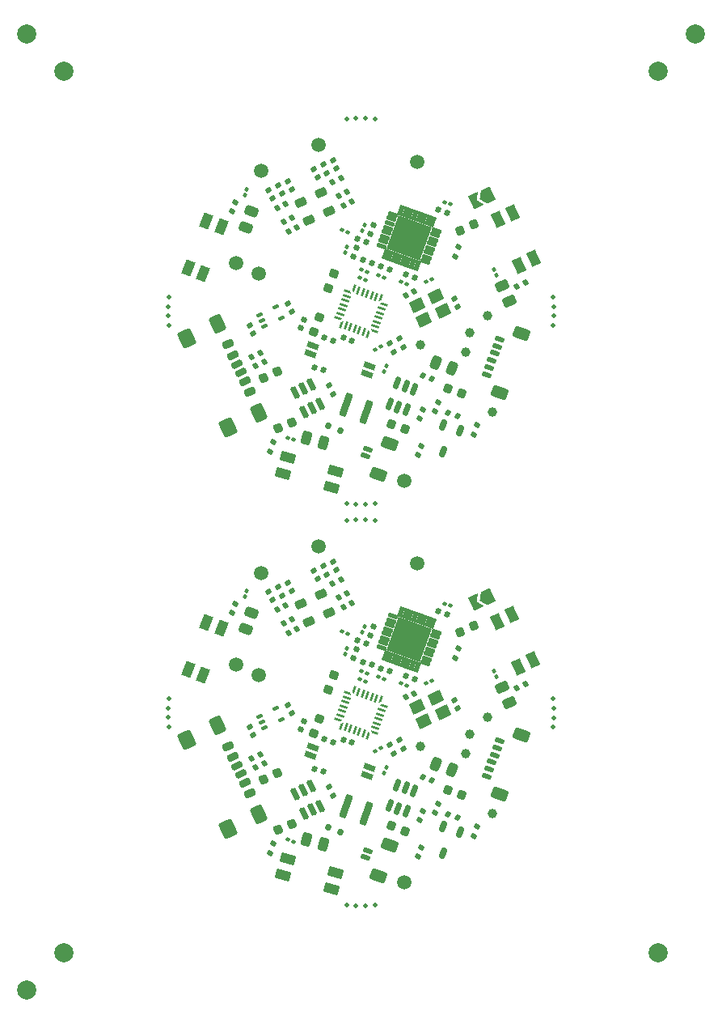
<source format=gbs>
%TF.GenerationSoftware,KiCad,Pcbnew,7.0.10-7.0.10~ubuntu22.04.1*%
%TF.CreationDate,2024-04-13T21:42:08+02:00*%
%TF.ProjectId,STM32_watch_NFC,53544d33-325f-4776-9174-63685f4e4643,rev?*%
%TF.SameCoordinates,PX6c3df60PY1312d00*%
%TF.FileFunction,Soldermask,Bot*%
%TF.FilePolarity,Negative*%
%FSLAX46Y46*%
G04 Gerber Fmt 4.6, Leading zero omitted, Abs format (unit mm)*
G04 Created by KiCad (PCBNEW 7.0.10-7.0.10~ubuntu22.04.1) date 2024-04-13 21:42:08*
%MOMM*%
%LPD*%
G01*
G04 APERTURE LIST*
G04 Aperture macros list*
%AMRoundRect*
0 Rectangle with rounded corners*
0 $1 Rounding radius*
0 $2 $3 $4 $5 $6 $7 $8 $9 X,Y pos of 4 corners*
0 Add a 4 corners polygon primitive as box body*
4,1,4,$2,$3,$4,$5,$6,$7,$8,$9,$2,$3,0*
0 Add four circle primitives for the rounded corners*
1,1,$1+$1,$2,$3*
1,1,$1+$1,$4,$5*
1,1,$1+$1,$6,$7*
1,1,$1+$1,$8,$9*
0 Add four rect primitives between the rounded corners*
20,1,$1+$1,$2,$3,$4,$5,0*
20,1,$1+$1,$4,$5,$6,$7,0*
20,1,$1+$1,$6,$7,$8,$9,0*
20,1,$1+$1,$8,$9,$2,$3,0*%
%AMRotRect*
0 Rectangle, with rotation*
0 The origin of the aperture is its center*
0 $1 length*
0 $2 width*
0 $3 Rotation angle, in degrees counterclockwise*
0 Add horizontal line*
21,1,$1,$2,0,0,$3*%
%AMFreePoly0*
4,1,6,1.000000,0.000000,0.500000,-0.750000,-0.500000,-0.750000,-0.500000,0.750000,0.500000,0.750000,1.000000,0.000000,1.000000,0.000000,$1*%
%AMFreePoly1*
4,1,6,0.500000,-0.750000,-0.650000,-0.750000,-0.150000,0.000000,-0.650000,0.750000,0.500000,0.750000,0.500000,-0.750000,0.500000,-0.750000,$1*%
%AMFreePoly2*
4,1,14,0.364320,0.111820,0.377500,0.080000,0.377501,0.053640,0.364318,0.021819,0.230680,-0.111820,0.198860,-0.125000,-0.332500,-0.125000,-0.364320,-0.111820,-0.377500,-0.080000,-0.377500,0.080000,-0.364320,0.111820,-0.332500,0.125000,0.332500,0.125000,0.364320,0.111820,0.364320,0.111820,$1*%
%AMFreePoly3*
4,1,14,0.230680,0.111820,0.364320,-0.021821,0.377500,-0.053642,0.377500,-0.080000,0.364320,-0.111820,0.332500,-0.125000,-0.332500,-0.125000,-0.364320,-0.111820,-0.377500,-0.080000,-0.377500,0.080000,-0.364320,0.111820,-0.332500,0.125000,0.198860,0.125000,0.230680,0.111820,0.230680,0.111820,$1*%
%AMFreePoly4*
4,1,14,0.111820,0.364320,0.125000,0.332500,0.125000,-0.332500,0.111820,-0.364320,0.080000,-0.377500,0.053640,-0.377501,0.021819,-0.364318,-0.111820,-0.230680,-0.125000,-0.198860,-0.125000,0.332500,-0.111820,0.364320,-0.080000,0.377500,0.080000,0.377500,0.111820,0.364320,0.111820,0.364320,$1*%
%AMFreePoly5*
4,1,14,0.111820,0.364320,0.125000,0.332500,0.125001,-0.198860,0.111818,-0.230680,-0.021820,-0.364320,-0.053640,-0.377500,-0.080000,-0.377500,-0.111820,-0.364320,-0.125000,-0.332500,-0.125000,0.332500,-0.111820,0.364320,-0.080000,0.377500,0.080000,0.377500,0.111820,0.364320,0.111820,0.364320,$1*%
%AMFreePoly6*
4,1,15,-0.198858,0.125000,0.332500,0.125000,0.364320,0.111820,0.377500,0.080000,0.377500,-0.080000,0.364320,-0.111820,0.332500,-0.125000,-0.332500,-0.125000,-0.364320,-0.111820,-0.377500,-0.080000,-0.377500,-0.053640,-0.364320,-0.021820,-0.230680,0.111820,-0.198860,0.125001,-0.198858,0.125000,-0.198858,0.125000,$1*%
%AMFreePoly7*
4,1,14,0.364320,0.111820,0.377500,0.080000,0.377500,-0.080000,0.364320,-0.111820,0.332500,-0.125000,-0.198860,-0.125001,-0.230680,-0.111818,-0.364320,0.021820,-0.377500,0.053640,-0.377500,0.080000,-0.364320,0.111820,-0.332500,0.125000,0.332500,0.125000,0.364320,0.111820,0.364320,0.111820,$1*%
%AMFreePoly8*
4,1,14,-0.021820,0.364320,0.111820,0.230679,0.125001,0.198860,0.125000,-0.332500,0.111820,-0.364320,0.080000,-0.377500,-0.080000,-0.377500,-0.111820,-0.364320,-0.125000,-0.332500,-0.125000,0.332500,-0.111820,0.364320,-0.080000,0.377500,-0.053640,0.377500,-0.021820,0.364320,-0.021820,0.364320,$1*%
%AMFreePoly9*
4,1,15,0.053642,0.377500,0.080000,0.377500,0.111820,0.364320,0.125000,0.332500,0.125000,-0.332500,0.111820,-0.364320,0.080000,-0.377500,-0.080000,-0.377500,-0.111820,-0.364320,-0.125000,-0.332500,-0.125000,0.198860,-0.111820,0.230680,0.021820,0.364320,0.053640,0.377501,0.053642,0.377500,0.053642,0.377500,$1*%
G04 Aperture macros list end*
%ADD10C,0.500000*%
%ADD11C,2.000000*%
%ADD12RoundRect,0.218750X-0.437978X0.037132X-0.253082X-0.359378X0.437978X-0.037132X0.253082X0.359378X0*%
%ADD13RoundRect,0.225000X0.296936X0.157969X-0.125926X0.311878X-0.296936X-0.157969X0.125926X-0.311878X0*%
%ADD14RoundRect,0.140000X0.111865X-0.189700X0.207631X0.073414X-0.111865X0.189700X-0.207631X-0.073414X0*%
%ADD15C,1.500000*%
%ADD16RoundRect,0.013920X0.031155X-0.552027X0.378702X0.402851X-0.031155X0.552027X-0.378702X-0.402851X0*%
%ADD17RoundRect,0.046400X0.383439X-0.337072X0.510397X0.011742X-0.383439X0.337072X-0.510397X-0.011742X0*%
%ADD18RoundRect,0.102000X1.045927X-2.242997X2.242997X1.045927X-1.045927X2.242997X-2.242997X-1.045927X0*%
%ADD19RoundRect,0.135000X0.127670X-0.190132X0.220016X0.063585X-0.127670X0.190132X-0.220016X-0.063585X0*%
%ADD20RoundRect,0.140000X0.189700X0.111865X-0.073414X0.207631X-0.189700X-0.111865X0.073414X-0.207631X0*%
%ADD21RoundRect,0.100000X0.049507X-0.156362X0.138432X0.087958X-0.049507X0.156362X-0.138432X-0.087958X0*%
%ADD22RoundRect,0.140000X0.213239X-0.055038X0.094906X0.198728X-0.213239X0.055038X-0.094906X-0.198728X0*%
%ADD23RoundRect,0.125000X-0.309632X0.245719X-0.395137X0.010796X0.309632X-0.245719X0.395137X-0.010796X0*%
%ADD24RoundRect,0.250000X-0.444109X0.534105X-0.683523X-0.123680X0.444109X-0.534105X0.683523X0.123680X0*%
%ADD25RoundRect,0.162500X0.000354X0.476091X-0.305754X-0.364934X-0.000354X-0.476091X0.305754X0.364934X0*%
%ADD26RoundRect,0.250000X-0.518776X0.047728X-0.296901X-0.428084X0.518776X-0.047728X0.296901X0.428084X0*%
%ADD27RoundRect,0.225000X-0.157969X0.296936X-0.311878X-0.125926X0.157969X-0.296936X0.311878X0.125926X0*%
%ADD28RoundRect,0.100000X-0.075558X-0.145571X0.160082X-0.035690X0.075558X0.145571X-0.160082X0.035690X0*%
%ADD29RoundRect,0.100000X-0.049507X0.156362X-0.138432X-0.087958X0.049507X-0.156362X0.138432X0.087958X0*%
%ADD30RoundRect,0.140000X0.055038X0.213239X-0.198728X0.094906X-0.055038X-0.213239X0.198728X-0.094906X0*%
%ADD31FreePoly0,205.000000*%
%ADD32FreePoly1,205.000000*%
%ADD33RoundRect,0.140000X-0.055038X-0.213239X0.198728X-0.094906X0.055038X0.213239X-0.198728X0.094906X0*%
%ADD34RoundRect,0.135000X0.190132X0.127670X-0.063585X0.220016X-0.190132X-0.127670X0.063585X-0.220016X0*%
%ADD35RoundRect,0.175000X0.459139X0.021009X0.311223X0.338217X-0.459139X-0.021009X-0.311223X-0.338217X0*%
%ADD36RoundRect,0.190000X-0.451884X-0.001075X-0.291289X-0.345472X0.451884X0.001075X0.291289X0.345472X0*%
%ADD37RoundRect,0.200000X-0.447047X0.012214X-0.277999X-0.350309X0.447047X-0.012214X0.277999X0.350309X0*%
%ADD38RoundRect,0.175000X-0.459139X-0.021009X-0.311223X-0.338217X0.459139X0.021009X0.311223X0.338217X0*%
%ADD39RoundRect,0.190000X0.451884X0.001075X0.291289X0.345472X-0.451884X-0.001075X-0.291289X-0.345472X0*%
%ADD40RoundRect,0.200000X0.447047X-0.012214X0.277999X0.350309X-0.447047X0.012214X-0.277999X-0.350309X0*%
%ADD41RoundRect,0.250000X0.727856X-0.377791X0.178452X0.800409X-0.727856X0.377791X-0.178452X-0.800409X0*%
%ADD42RoundRect,0.250000X0.659883X-0.409487X0.110479X0.768713X-0.659883X0.409487X-0.110479X-0.768713X0*%
%ADD43RoundRect,0.218750X-0.089959X-0.324689X0.306551X-0.139794X0.089959X0.324689X-0.306551X0.139794X0*%
%ADD44RoundRect,0.135000X-0.127670X0.190132X-0.220016X-0.063585X0.127670X-0.190132X0.220016X0.063585X0*%
%ADD45RoundRect,0.187500X0.187204X1.062552X-0.539589X-0.934295X-0.187204X-1.062552X0.539589X0.934295X0*%
%ADD46RoundRect,0.150000X0.352538X-0.401090X-0.080646X0.527875X-0.352538X0.401090X0.080646X-0.527875X0*%
%ADD47RoundRect,0.100000X0.156362X0.049507X-0.087958X0.138432X-0.156362X-0.049507X0.087958X-0.138432X0*%
%ADD48RoundRect,0.135000X-0.224720X0.044167X-0.110613X-0.200536X0.224720X-0.044167X0.110613X0.200536X0*%
%ADD49RoundRect,0.250000X0.400578X0.333081X-0.092760X0.512642X-0.400578X-0.333081X0.092760X-0.512642X0*%
%ADD50RoundRect,0.135000X0.044167X0.224720X-0.200536X0.110613X-0.044167X-0.224720X0.200536X-0.110613X0*%
%ADD51RotRect,1.550000X1.000000X295.000000*%
%ADD52RoundRect,0.150000X0.209358X0.136636X-0.072550X0.239242X-0.209358X-0.136636X0.072550X-0.239242X0*%
%ADD53RoundRect,0.100000X-0.145571X0.075558X-0.035690X-0.160082X0.145571X-0.075558X0.035690X0.160082X0*%
%ADD54RoundRect,0.140000X-0.189700X-0.111865X0.073414X-0.207631X0.189700X0.111865X-0.073414X0.207631X0*%
%ADD55RoundRect,0.225000X-0.098265X-0.321666X0.309574X-0.131488X0.098265X0.321666X-0.309574X0.131488X0*%
%ADD56RoundRect,0.140000X-0.213239X0.055038X-0.094906X-0.198728X0.213239X-0.055038X0.094906X0.198728X0*%
%ADD57RoundRect,0.250000X-0.333081X0.400578X-0.512642X-0.092760X0.333081X-0.400578X0.512642X0.092760X0*%
%ADD58C,1.000000*%
%ADD59RoundRect,0.140000X-0.111865X0.189700X-0.207631X-0.073414X0.111865X-0.189700X0.207631X0.073414X0*%
%ADD60FreePoly2,70.000000*%
%ADD61RoundRect,0.062500X-0.069527X-0.373761X0.186988X0.331008X0.069527X0.373761X-0.186988X-0.331008X0*%
%ADD62FreePoly3,70.000000*%
%ADD63FreePoly4,70.000000*%
%ADD64RoundRect,0.062500X0.331008X-0.186988X0.373761X-0.069527X-0.331008X0.186988X-0.373761X0.069527X0*%
%ADD65FreePoly5,70.000000*%
%ADD66FreePoly6,70.000000*%
%ADD67FreePoly7,70.000000*%
%ADD68FreePoly8,70.000000*%
%ADD69FreePoly9,70.000000*%
%ADD70RoundRect,0.225000X0.098265X0.321666X-0.309574X0.131488X-0.098265X-0.321666X0.309574X-0.131488X0*%
%ADD71RotRect,1.550000X1.000000X164.000000*%
%ADD72RoundRect,0.150000X0.034331X0.532895X-0.316239X-0.430289X-0.034331X-0.532895X0.316239X0.430289X0*%
%ADD73RoundRect,0.225000X-0.296936X-0.157969X0.125926X-0.311878X0.296936X0.157969X-0.125926X0.311878X0*%
%ADD74RoundRect,0.135000X-0.044167X-0.224720X0.200536X-0.110613X0.044167X0.224720X-0.200536X0.110613X0*%
%ADD75RotRect,1.400000X1.200000X205.000000*%
%ADD76RoundRect,0.100000X-0.152528X-0.060293X0.097400X-0.131959X0.152528X0.060293X-0.097400X0.131959X0*%
%ADD77RoundRect,0.250000X-0.376368X-0.360213X0.128294X-0.504923X0.376368X0.360213X-0.128294X0.504923X0*%
%ADD78RoundRect,0.218750X0.437978X-0.037132X0.253082X0.359378X-0.437978X0.037132X-0.253082X-0.359378X0*%
%ADD79RoundRect,0.100000X-0.156362X-0.049507X0.087958X-0.138432X0.156362X0.049507X-0.087958X0.138432X0*%
%ADD80RotRect,1.550000X1.000000X69.000000*%
%ADD81RotRect,1.200000X0.600000X160.000000*%
%ADD82RoundRect,0.218750X0.165979X-0.293200X0.315613X0.117915X-0.165979X0.293200X-0.315613X-0.117915X0*%
%ADD83RoundRect,0.100000X-0.161657X-0.185720X0.246181X0.004458X0.161657X0.185720X-0.246181X-0.004458X0*%
G04 APERTURE END LIST*
D10*
%TO.C,KiKit_MB_2_2*%
X55184497Y-28494636D03*
%TD*%
%TO.C,KiKit_MB_1_1*%
X14853943Y-30510059D03*
%TD*%
%TO.C,KiKit_MB_4_3*%
X34492163Y-49188870D03*
%TD*%
%TO.C,KiKit_MB_6_1*%
X55133931Y-69485171D03*
%TD*%
%TO.C,KiKit_MB_5_3*%
X14803312Y-70496222D03*
%TD*%
D11*
%TO.C,KiKit_TO_2*%
X70000000Y0D03*
%TD*%
D10*
%TO.C,KiKit_MB_7_4*%
X36512360Y-50861278D03*
%TD*%
%TO.C,KiKit_MB_3_2*%
X34492163Y-8811130D03*
%TD*%
%TO.C,KiKit_MB_6_2*%
X55184497Y-70494635D03*
%TD*%
%TO.C,KiKit_MB_3_4*%
X36512360Y-8861279D03*
%TD*%
%TO.C,KiKit_MB_5_1*%
X14853943Y-72510059D03*
%TD*%
%TO.C,KiKit_MB_7_3*%
X35502883Y-50810832D03*
%TD*%
%TO.C,KiKit_MB_6_3*%
X55184377Y-71505361D03*
%TD*%
%TO.C,KiKit_MB_8_1*%
X36512360Y-91138721D03*
%TD*%
%TO.C,KiKit_MB_6_4*%
X55133931Y-72514828D03*
%TD*%
D11*
%TO.C,KiKit_TO_3*%
X0Y-100000000D03*
%TD*%
D10*
%TO.C,KiKit_MB_4_4*%
X33482706Y-49138374D03*
%TD*%
%TO.C,KiKit_MB_2_3*%
X55184377Y-29505361D03*
%TD*%
%TO.C,KiKit_MB_1_2*%
X14803514Y-29503766D03*
%TD*%
%TO.C,KiKit_MB_2_4*%
X55133931Y-30514828D03*
%TD*%
%TO.C,KiKit_MB_5_2*%
X14803514Y-71503766D03*
%TD*%
%TO.C,KiKit_MB_8_2*%
X35502883Y-91189167D03*
%TD*%
%TO.C,KiKit_MB_8_3*%
X34492163Y-91188870D03*
%TD*%
%TO.C,KiKit_MB_7_1*%
X33482706Y-50861625D03*
%TD*%
%TO.C,KiKit_MB_8_4*%
X33482706Y-91138374D03*
%TD*%
%TO.C,KiKit_MB_3_3*%
X35502883Y-8810833D03*
%TD*%
%TO.C,KiKit_MB_4_1*%
X36512360Y-49138721D03*
%TD*%
%TO.C,KiKit_MB_7_2*%
X34492163Y-50811129D03*
%TD*%
%TO.C,KiKit_MB_1_4*%
X14853943Y-27489941D03*
%TD*%
%TO.C,KiKit_MB_1_3*%
X14803312Y-28496223D03*
%TD*%
%TO.C,KiKit_MB_3_1*%
X33482706Y-8861626D03*
%TD*%
%TO.C,KiKit_MB_2_1*%
X55133931Y-27485172D03*
%TD*%
D11*
%TO.C,KiKit_TO_1*%
X0Y0D03*
%TD*%
D10*
%TO.C,KiKit_MB_4_2*%
X35502883Y-49189167D03*
%TD*%
%TO.C,KiKit_MB_5_4*%
X14853943Y-69489940D03*
%TD*%
D12*
%TO.C,L3*%
X28676660Y-59575698D03*
X29574724Y-61501602D03*
%TD*%
D13*
%TO.C,TC27*%
X45585029Y-37632044D03*
X44128505Y-37101912D03*
%TD*%
D14*
%TO.C,C41*%
X34223506Y-65268712D03*
X34551846Y-64366608D03*
%TD*%
D15*
%TO.C,3V3*%
X21891995Y-23966819D03*
%TD*%
%TO.C,5V*%
X24277954Y-67060984D03*
%TD*%
D16*
%TO.C,U3*%
X40849216Y-66239987D03*
X40379370Y-66068977D03*
X39909523Y-65897967D03*
X39439677Y-65726957D03*
X38969831Y-65555946D03*
X38499984Y-65384936D03*
X38030138Y-65213926D03*
X37560292Y-65042916D03*
D17*
X37150886Y-64164943D03*
X37321896Y-63695097D03*
X37492906Y-63225250D03*
X37663916Y-62755404D03*
X37834927Y-62285558D03*
X38005937Y-61815711D03*
X38176947Y-61345865D03*
X38347957Y-60876019D03*
D16*
X39225930Y-60466613D03*
X39695776Y-60637623D03*
X40165623Y-60808633D03*
X40635469Y-60979643D03*
X41105315Y-61150654D03*
X41575162Y-61321664D03*
X42045008Y-61492674D03*
X42514854Y-61663684D03*
D17*
X42924260Y-62541657D03*
X42753250Y-63011503D03*
X42582240Y-63481350D03*
X42411230Y-63951196D03*
X42240219Y-64421042D03*
X42069209Y-64890889D03*
X41898199Y-65360735D03*
X41727189Y-65830581D03*
D18*
X40037573Y-63353300D03*
%TD*%
D19*
%TO.C,TR17*%
X42781900Y-39449605D03*
X43130760Y-38491119D03*
%TD*%
D20*
%TO.C,TC8*%
X31078417Y-35173897D03*
X30176313Y-34845557D03*
%TD*%
D21*
%TO.C,TC38*%
X35125672Y-20583290D03*
X35344564Y-19981886D03*
%TD*%
D22*
%TO.C,TC51*%
X27730692Y-16256922D03*
X27324978Y-15386866D03*
%TD*%
D23*
%TO.C,TLi-po1*%
X35719028Y-43397777D03*
X35445411Y-44149531D03*
D24*
X37996054Y-42843116D03*
X36833186Y-46038071D03*
%TD*%
D25*
%TO.C,Q1*%
X43625255Y-82867332D03*
X45410671Y-83517170D03*
X43621871Y-85654245D03*
%TD*%
D20*
%TO.C,TC9*%
X32058010Y-32068998D03*
X31155906Y-31740658D03*
%TD*%
D26*
%TO.C,TR14*%
X49739070Y-26304676D03*
X50510348Y-27958688D03*
%TD*%
D22*
%TO.C,C50*%
X30449615Y-56989068D03*
X30043901Y-56119012D03*
%TD*%
D12*
%TO.C,TL3*%
X28676660Y-17575698D03*
X29574724Y-19501602D03*
%TD*%
D27*
%TO.C,C4*%
X32127548Y-67099173D03*
X31597416Y-68555697D03*
%TD*%
D28*
%TO.C,C31*%
X41818385Y-67929446D03*
X42398421Y-67658970D03*
%TD*%
D29*
%TO.C,C28*%
X23054808Y-58223643D03*
X22835916Y-58825047D03*
%TD*%
D30*
%TO.C,TC55*%
X28257524Y-20226159D03*
X27387468Y-20631873D03*
%TD*%
D31*
%TO.C,JP1*%
X48325953Y-16826339D03*
D32*
X47011807Y-17439135D03*
%TD*%
D33*
%TO.C,C53*%
X26904462Y-61643387D03*
X27774518Y-61237673D03*
%TD*%
D20*
%TO.C,C46*%
X44001387Y-60732579D03*
X43099283Y-60404239D03*
%TD*%
D11*
%TO.C,KiKit_FID_B_3*%
X3900000Y-96100000D03*
%TD*%
D15*
%TO.C,GND*%
X40903815Y-13391226D03*
%TD*%
D34*
%TO.C,R9*%
X42445717Y-78075560D03*
X41487231Y-77726700D03*
%TD*%
D22*
%TO.C,C60*%
X31446554Y-56524187D03*
X31040840Y-55654131D03*
%TD*%
D35*
%TO.C,J2*%
X22415714Y-77418411D03*
D36*
X21562026Y-75587669D03*
D37*
X21042205Y-74472911D03*
D38*
X21993096Y-76512103D03*
D39*
X22846785Y-78342845D03*
D40*
X23366606Y-79457604D03*
D41*
X21075895Y-83146302D03*
D42*
X24320477Y-81633329D03*
D41*
X16744058Y-73856647D03*
D42*
X19988640Y-72343674D03*
%TD*%
D43*
%TO.C,TD14*%
X45416761Y-20555180D03*
X46844195Y-19889556D03*
%TD*%
D44*
%TO.C,R18*%
X45228821Y-64286162D03*
X44879961Y-65244648D03*
%TD*%
D13*
%TO.C,C27*%
X45585029Y-79632044D03*
X44128505Y-79101912D03*
%TD*%
D45*
%TO.C,TL1*%
X35530039Y-39559545D03*
X33415731Y-38789999D03*
%TD*%
D46*
%TO.C,TME4055A1*%
X30765969Y-38737956D03*
X29904976Y-39139443D03*
X29043984Y-39540930D03*
X28082527Y-37479080D03*
X28943520Y-37077593D03*
X29804512Y-36676106D03*
%TD*%
D15*
%TO.C,A2*%
X30573859Y-11587896D03*
%TD*%
D22*
%TO.C,TC50*%
X30449615Y-14989068D03*
X30043901Y-14119012D03*
%TD*%
D47*
%TO.C,TC42*%
X33602526Y-20741855D03*
X33001122Y-20522963D03*
%TD*%
D48*
%TO.C,TR3*%
X38985111Y-31873777D03*
X39416181Y-32798211D03*
%TD*%
D19*
%TO.C,R6*%
X40956094Y-86052477D03*
X41304954Y-85093991D03*
%TD*%
D15*
%TO.C,3V3*%
X21891995Y-65966819D03*
%TD*%
D11*
%TO.C,KiKit_FID_B_1*%
X3900000Y-3900000D03*
%TD*%
D49*
%TO.C,R8*%
X44558144Y-76963201D03*
X42843204Y-76339015D03*
%TD*%
D50*
%TO.C,R15*%
X52266649Y-68022541D03*
X51342215Y-68453611D03*
%TD*%
D29*
%TO.C,TC7*%
X37672143Y-34674822D03*
X37453251Y-35276226D03*
%TD*%
%TO.C,TC28*%
X23054808Y-16223643D03*
X22835916Y-16825047D03*
%TD*%
D15*
%TO.C,+BAT*%
X39522622Y-88750442D03*
%TD*%
D50*
%TO.C,TR15*%
X52266649Y-26022541D03*
X51342215Y-26453611D03*
%TD*%
D51*
%TO.C,TSW2*%
X53079735Y-23469832D03*
X50860989Y-18711717D03*
X51539011Y-24188283D03*
X49320265Y-19430168D03*
%TD*%
D20*
%TO.C,TC46*%
X44001387Y-18732579D03*
X43099283Y-18404239D03*
%TD*%
D30*
%TO.C,C55*%
X28257524Y-62226159D03*
X27387468Y-62631873D03*
%TD*%
D52*
%TO.C,TD13*%
X31544506Y-40987194D03*
X32860076Y-41466022D03*
%TD*%
D53*
%TO.C,TC30*%
X48951943Y-24616678D03*
X49222419Y-25196714D03*
%TD*%
D33*
%TO.C,C57*%
X26228273Y-60193295D03*
X27098329Y-59787581D03*
%TD*%
D19*
%TO.C,R13*%
X25487665Y-85652216D03*
X25836525Y-84693730D03*
%TD*%
D47*
%TO.C,C44*%
X35637201Y-66868609D03*
X35035797Y-66649717D03*
%TD*%
D54*
%TO.C,TC45*%
X35224029Y-23664745D03*
X36126133Y-23993085D03*
%TD*%
D28*
%TO.C,TC31*%
X41818385Y-25929446D03*
X42398421Y-25658970D03*
%TD*%
D55*
%TO.C,TC24*%
X24807879Y-35957993D03*
X26212657Y-35302935D03*
%TD*%
D56*
%TO.C,C11*%
X27324835Y-70164049D03*
X27730549Y-71034105D03*
%TD*%
D54*
%TO.C,C3*%
X33167617Y-73795622D03*
X34069721Y-74123962D03*
%TD*%
D22*
%TO.C,TC60*%
X31446554Y-14524187D03*
X31040840Y-13654131D03*
%TD*%
D33*
%TO.C,TC57*%
X26228273Y-18193295D03*
X27098329Y-17787581D03*
%TD*%
D19*
%TO.C,TR6*%
X40956094Y-44052477D03*
X41304954Y-43093991D03*
%TD*%
D33*
%TO.C,TC53*%
X26904462Y-19643387D03*
X27774518Y-19237673D03*
%TD*%
D49*
%TO.C,TR8*%
X44558144Y-34963201D03*
X42843204Y-34339015D03*
%TD*%
D57*
%TO.C,R10*%
X23537531Y-60515394D03*
X22913345Y-62230334D03*
%TD*%
D58*
%TO.C,D_BAT*%
X41254619Y-32481588D03*
%TD*%
D59*
%TO.C,TC5*%
X29022841Y-29866541D03*
X28694501Y-30768645D03*
%TD*%
D56*
%TO.C,C48*%
X44750278Y-69673807D03*
X45155992Y-70543863D03*
%TD*%
D46*
%TO.C,ME4055A1*%
X30765969Y-80737956D03*
X29904976Y-81139443D03*
X29043984Y-81540930D03*
X28082527Y-79479080D03*
X28943520Y-79077593D03*
X29804512Y-78676106D03*
%TD*%
D60*
%TO.C,TU1*%
X35723294Y-31390066D03*
D61*
X35273969Y-31162675D03*
X34804122Y-30991665D03*
X34334276Y-30820654D03*
X33864430Y-30649644D03*
X33394583Y-30478634D03*
D62*
X32904216Y-30364006D03*
D63*
X32606874Y-29726354D03*
D64*
X32834265Y-29277029D03*
X33005275Y-28807182D03*
X33176286Y-28337336D03*
X33347296Y-27867490D03*
X33518306Y-27397643D03*
D65*
X33632934Y-26907276D03*
D66*
X34270586Y-26609934D03*
D61*
X34719911Y-26837325D03*
X35189758Y-27008335D03*
X35659604Y-27179346D03*
X36129450Y-27350356D03*
X36599297Y-27521366D03*
D67*
X37089664Y-27635994D03*
D68*
X37387006Y-28273646D03*
D64*
X37159615Y-28722971D03*
X36988605Y-29192818D03*
X36817594Y-29662664D03*
X36646584Y-30132510D03*
X36475574Y-30602357D03*
D69*
X36360946Y-31092724D03*
%TD*%
D58*
%TO.C,DINS*%
X48755724Y-39576194D03*
%TD*%
D70*
%TO.C,TC25*%
X27722907Y-40612103D03*
X26318129Y-41267161D03*
%TD*%
D11*
%TO.C,KiKit_FID_B_2*%
X66100000Y-3900000D03*
%TD*%
D56*
%TO.C,TC48*%
X44750278Y-27673807D03*
X45155992Y-28543863D03*
%TD*%
D20*
%TO.C,TC37*%
X37986630Y-24670250D03*
X37084526Y-24341910D03*
%TD*%
D14*
%TO.C,TC41*%
X34223506Y-23268712D03*
X34551846Y-22366608D03*
%TD*%
D33*
%TO.C,C52*%
X33151586Y-59944021D03*
X34021642Y-59538307D03*
%TD*%
D30*
%TO.C,TC61*%
X32898699Y-15082824D03*
X32028643Y-15488538D03*
%TD*%
D56*
%TO.C,TC11*%
X27324835Y-28164049D03*
X27730549Y-29034105D03*
%TD*%
D58*
%TO.C,NRST*%
X48227081Y-71450951D03*
%TD*%
D30*
%TO.C,TC54*%
X33556762Y-16541369D03*
X32686706Y-16947083D03*
%TD*%
D71*
%TO.C,TSW1*%
X26857680Y-45946944D03*
X31904304Y-47394041D03*
X27326264Y-44312799D03*
X32372888Y-45759896D03*
%TD*%
D56*
%TO.C,TC6*%
X38000851Y-32365846D03*
X38406565Y-33235902D03*
%TD*%
D72*
%TO.C,TU4*%
X38767832Y-36536366D03*
X39660540Y-36861285D03*
X40553248Y-37186204D03*
X39775152Y-39324004D03*
X38882444Y-38999085D03*
X37989736Y-38674166D03*
%TD*%
D15*
%TO.C,A1*%
X24525781Y-14352992D03*
%TD*%
D29*
%TO.C,TC40*%
X33537567Y-22258894D03*
X33318675Y-22860298D03*
%TD*%
%TO.C,C40*%
X33537567Y-64258894D03*
X33318675Y-64860298D03*
%TD*%
D44*
%TO.C,TR18*%
X45228821Y-22286162D03*
X44879961Y-23244648D03*
%TD*%
D52*
%TO.C,D13*%
X31544506Y-82987194D03*
X32860076Y-83466022D03*
%TD*%
D54*
%TO.C,TC3*%
X33167617Y-31795622D03*
X34069721Y-32123962D03*
%TD*%
D58*
%TO.C,DIO*%
X46432299Y-73280912D03*
%TD*%
D71*
%TO.C,SW1*%
X26857680Y-87946944D03*
X31904304Y-89394041D03*
X27326264Y-86312799D03*
X32372888Y-87759896D03*
%TD*%
D58*
%TO.C,DIO*%
X46432299Y-31280912D03*
%TD*%
D20*
%TO.C,C9*%
X32058010Y-74068998D03*
X31155906Y-73740658D03*
%TD*%
%TO.C,C37*%
X37986630Y-66670250D03*
X37084526Y-66341910D03*
%TD*%
D73*
%TO.C,TC26*%
X38143576Y-40830601D03*
X39600100Y-41360733D03*
%TD*%
D74*
%TO.C,TR4*%
X23960969Y-34697846D03*
X24885403Y-34266776D03*
%TD*%
D75*
%TO.C,TY1*%
X43587566Y-28966286D03*
X41593689Y-29896046D03*
X40875238Y-28355322D03*
X42869115Y-27425562D03*
%TD*%
D30*
%TO.C,C54*%
X33556762Y-58541369D03*
X32686706Y-58947083D03*
%TD*%
D76*
%TO.C,C29*%
X27304531Y-84285789D03*
X27919739Y-84462197D03*
%TD*%
D21*
%TO.C,C38*%
X35125672Y-62583290D03*
X35344564Y-61981886D03*
%TD*%
D20*
%TO.C,C8*%
X31078417Y-77173897D03*
X30176313Y-76845557D03*
%TD*%
D56*
%TO.C,C6*%
X38000851Y-74365846D03*
X38406565Y-75235902D03*
%TD*%
D22*
%TO.C,C58*%
X25736815Y-59186683D03*
X25331101Y-58316627D03*
%TD*%
D77*
%TO.C,TR12*%
X29276787Y-42261265D03*
X31031089Y-42764303D03*
%TD*%
D73*
%TO.C,C26*%
X38143576Y-82830601D03*
X39600100Y-83360733D03*
%TD*%
D78*
%TO.C,TL2*%
X31669797Y-18552237D03*
X30771733Y-16626333D03*
%TD*%
D11*
%TO.C,KiKit_FID_B_4*%
X66100000Y-96100000D03*
%TD*%
D19*
%TO.C,TR16*%
X41150546Y-40210318D03*
X41499406Y-39251832D03*
%TD*%
D15*
%TO.C,+BAT*%
X39522622Y-46750442D03*
%TD*%
D79*
%TO.C,C47*%
X43765030Y-59578021D03*
X44366434Y-59796913D03*
%TD*%
%TO.C,TC34*%
X39161575Y-25925631D03*
X39762979Y-26144523D03*
%TD*%
%TO.C,TC36*%
X36854031Y-25236251D03*
X37455435Y-25455143D03*
%TD*%
D34*
%TO.C,TR9*%
X42445717Y-36075560D03*
X41487231Y-35726700D03*
%TD*%
D58*
%TO.C,CLK*%
X45930288Y-33280408D03*
%TD*%
D22*
%TO.C,TC58*%
X25736815Y-17186683D03*
X25331101Y-16316627D03*
%TD*%
%TO.C,C56*%
X26733753Y-58721802D03*
X26328039Y-57851746D03*
%TD*%
D59*
%TO.C,TC39*%
X36316581Y-19998970D03*
X35988241Y-20901074D03*
%TD*%
D48*
%TO.C,R7*%
X31649637Y-78728756D03*
X32080707Y-79653190D03*
%TD*%
D80*
%TO.C,SW3*%
X18774382Y-61534157D03*
X16892950Y-66435454D03*
X20361468Y-62143382D03*
X18480036Y-67044679D03*
%TD*%
D15*
%TO.C,A1*%
X24525781Y-56352992D03*
%TD*%
D43*
%TO.C,D14*%
X45416761Y-62555180D03*
X46844195Y-61889556D03*
%TD*%
D19*
%TO.C,R17*%
X42781900Y-81449605D03*
X43130760Y-80491119D03*
%TD*%
D47*
%TO.C,C1*%
X35479880Y-67714333D03*
X34878476Y-67495441D03*
%TD*%
D27*
%TO.C,TC4*%
X32127548Y-25099173D03*
X31597416Y-26555697D03*
%TD*%
D16*
%TO.C,TU3*%
X40849216Y-24239987D03*
X40379370Y-24068977D03*
X39909523Y-23897967D03*
X39439677Y-23726957D03*
X38969831Y-23555946D03*
X38499984Y-23384936D03*
X38030138Y-23213926D03*
X37560292Y-23042916D03*
D17*
X37150886Y-22164943D03*
X37321896Y-21695097D03*
X37492906Y-21225250D03*
X37663916Y-20755404D03*
X37834927Y-20285558D03*
X38005937Y-19815711D03*
X38176947Y-19345865D03*
X38347957Y-18876019D03*
D16*
X39225930Y-18466613D03*
X39695776Y-18637623D03*
X40165623Y-18808633D03*
X40635469Y-18979643D03*
X41105315Y-19150654D03*
X41575162Y-19321664D03*
X42045008Y-19492674D03*
X42514854Y-19663684D03*
D17*
X42924260Y-20541657D03*
X42753250Y-21011503D03*
X42582240Y-21481350D03*
X42411230Y-21951196D03*
X42240219Y-22421042D03*
X42069209Y-22890889D03*
X41898199Y-23360735D03*
X41727189Y-23830581D03*
D18*
X40037573Y-21353300D03*
%TD*%
D51*
%TO.C,SW2*%
X53026581Y-65481142D03*
X50807835Y-60723027D03*
X51485857Y-66199593D03*
X49267111Y-61441478D03*
%TD*%
D56*
%TO.C,C10*%
X23324867Y-72470616D03*
X23730581Y-73340672D03*
%TD*%
D47*
%TO.C,C42*%
X33602526Y-62741855D03*
X33001122Y-62522963D03*
%TD*%
D48*
%TO.C,R3*%
X38985111Y-73873777D03*
X39416181Y-74798211D03*
%TD*%
D74*
%TO.C,R4*%
X23960969Y-76697846D03*
X24885403Y-76266776D03*
%TD*%
D44*
%TO.C,R2*%
X47135371Y-82926912D03*
X46786511Y-83885398D03*
%TD*%
D19*
%TO.C,R16*%
X41150546Y-82210318D03*
X41499406Y-81251832D03*
%TD*%
D33*
%TO.C,C49*%
X39667283Y-69373872D03*
X40537339Y-68968158D03*
%TD*%
D70*
%TO.C,C25*%
X27722907Y-82612103D03*
X26318129Y-83267161D03*
%TD*%
D22*
%TO.C,C51*%
X27730692Y-58256922D03*
X27324978Y-57386866D03*
%TD*%
D79*
%TO.C,TC47*%
X43765030Y-17578021D03*
X44366434Y-17796913D03*
%TD*%
D35*
%TO.C,TJ2*%
X22415714Y-35418411D03*
D36*
X21562026Y-33587669D03*
D37*
X21042205Y-32472911D03*
D38*
X21993096Y-34512103D03*
D39*
X22846785Y-36342845D03*
D40*
X23366606Y-37457604D03*
D41*
X21075895Y-41146302D03*
D42*
X24320477Y-39633329D03*
D41*
X16744058Y-31856647D03*
D42*
X19988640Y-30343674D03*
%TD*%
D19*
%TO.C,R11*%
X21519934Y-60579978D03*
X21868794Y-59621492D03*
%TD*%
D58*
%TO.C,D_BAT*%
X41254619Y-74481588D03*
%TD*%
D56*
%TO.C,TC10*%
X23324867Y-30470616D03*
X23730581Y-31340672D03*
%TD*%
D58*
%TO.C,DINS*%
X48755724Y-81576194D03*
%TD*%
D81*
%TO.C,TY2*%
X35605692Y-35597236D03*
X29685628Y-33442509D03*
X29993446Y-32596786D03*
X35913510Y-34751513D03*
%TD*%
D56*
%TO.C,TC59*%
X32046231Y-13207378D03*
X32451945Y-14077434D03*
%TD*%
D48*
%TO.C,TR7*%
X31649637Y-36728756D03*
X32080707Y-37653190D03*
%TD*%
D22*
%TO.C,TC56*%
X26733753Y-16721802D03*
X26328039Y-15851746D03*
%TD*%
D30*
%TO.C,C61*%
X32898699Y-57082824D03*
X32028643Y-57488538D03*
%TD*%
D80*
%TO.C,TSW3*%
X18774382Y-19534157D03*
X16892950Y-24435454D03*
X20361468Y-20143382D03*
X18480036Y-25044679D03*
%TD*%
D72*
%TO.C,U4*%
X38767832Y-78536366D03*
X39660540Y-78861285D03*
X40553248Y-79186204D03*
X39775152Y-81324004D03*
X38882444Y-80999085D03*
X37989736Y-80674166D03*
%TD*%
D59*
%TO.C,C5*%
X29022841Y-71866541D03*
X28694501Y-72768645D03*
%TD*%
D20*
%TO.C,C35*%
X40612333Y-67475430D03*
X39710229Y-67147090D03*
%TD*%
D31*
%TO.C,JP1*%
X48325953Y-58826339D03*
D32*
X47011807Y-59439135D03*
%TD*%
D56*
%TO.C,C59*%
X32046231Y-55207378D03*
X32451945Y-56077434D03*
%TD*%
D58*
%TO.C,NRST*%
X48227081Y-29450951D03*
%TD*%
D15*
%TO.C,5V*%
X24277954Y-25060984D03*
%TD*%
D82*
%TO.C,FB1*%
X30081489Y-73134160D03*
X30620171Y-71654144D03*
%TD*%
D29*
%TO.C,C7*%
X37672143Y-76674822D03*
X37453251Y-77276226D03*
%TD*%
D78*
%TO.C,L2*%
X31669797Y-60552237D03*
X30771733Y-58626333D03*
%TD*%
D58*
%TO.C,CLK*%
X45930288Y-75280408D03*
%TD*%
D54*
%TO.C,TC43*%
X34614531Y-21411189D03*
X35516635Y-21739529D03*
%TD*%
D47*
%TO.C,TC1*%
X35479880Y-25714333D03*
X34878476Y-25495441D03*
%TD*%
D79*
%TO.C,C34*%
X39161575Y-67925631D03*
X39762979Y-68144523D03*
%TD*%
D50*
%TO.C,TR5*%
X24462785Y-33360468D03*
X23538351Y-33791538D03*
%TD*%
D20*
%TO.C,TC35*%
X40612333Y-25475430D03*
X39710229Y-25147090D03*
%TD*%
D54*
%TO.C,C43*%
X34614531Y-63411189D03*
X35516635Y-63739529D03*
%TD*%
D47*
%TO.C,TC44*%
X35637201Y-24868609D03*
X35035797Y-24649717D03*
%TD*%
D15*
%TO.C,A2*%
X30573859Y-53587896D03*
%TD*%
D34*
%TO.C,TR1*%
X45090623Y-39972927D03*
X44132137Y-39624067D03*
%TD*%
%TO.C,R1*%
X45090623Y-81972927D03*
X44132137Y-81624067D03*
%TD*%
D53*
%TO.C,C30*%
X48951943Y-66616678D03*
X49222419Y-67196714D03*
%TD*%
D33*
%TO.C,TC52*%
X33151586Y-17944021D03*
X34021642Y-17538307D03*
%TD*%
D83*
%TO.C,U2*%
X24911272Y-72536329D03*
X24636571Y-71947229D03*
X24361869Y-71358129D03*
X26083854Y-70555155D03*
X26633257Y-71733355D03*
%TD*%
D45*
%TO.C,L1*%
X35530039Y-81559545D03*
X33415731Y-80789999D03*
%TD*%
D75*
%TO.C,Y1*%
X43587566Y-70966286D03*
X41593689Y-71896046D03*
X40875238Y-70355322D03*
X42869115Y-69425562D03*
%TD*%
D77*
%TO.C,R12*%
X29276787Y-84261265D03*
X31031089Y-84764303D03*
%TD*%
D33*
%TO.C,TC49*%
X39667283Y-27373872D03*
X40537339Y-26968158D03*
%TD*%
D83*
%TO.C,TU2*%
X24911272Y-30536329D03*
X24636571Y-29947229D03*
X24361869Y-29358129D03*
X26083854Y-28555155D03*
X26633257Y-29733355D03*
%TD*%
D54*
%TO.C,C45*%
X35224029Y-65664745D03*
X36126133Y-65993085D03*
%TD*%
D23*
%TO.C,Li-po1*%
X35719028Y-85397777D03*
X35445411Y-86149531D03*
D24*
X37996054Y-84843116D03*
X36833186Y-88038071D03*
%TD*%
D25*
%TO.C,TQ1*%
X43625255Y-40867332D03*
X45410671Y-41517170D03*
X43621871Y-43654245D03*
%TD*%
D44*
%TO.C,TR2*%
X47135371Y-40926912D03*
X46786511Y-41885398D03*
%TD*%
D50*
%TO.C,R5*%
X24462785Y-75360468D03*
X23538351Y-75791538D03*
%TD*%
D19*
%TO.C,TR13*%
X25487665Y-43652216D03*
X25836525Y-42693730D03*
%TD*%
D79*
%TO.C,C36*%
X36854031Y-67236251D03*
X37455435Y-67455143D03*
%TD*%
D23*
%TO.C,J1*%
X49535728Y-73899960D03*
X49262112Y-74651714D03*
X48988496Y-75403468D03*
X48714879Y-76155222D03*
X48441263Y-76906976D03*
X48167647Y-77658730D03*
D24*
X51812755Y-73345298D03*
X49555422Y-79547270D03*
%TD*%
D28*
%TO.C,TC2*%
X36503050Y-32987046D03*
X37083086Y-32716570D03*
%TD*%
D19*
%TO.C,TR11*%
X21519934Y-18579978D03*
X21868794Y-17621492D03*
%TD*%
D26*
%TO.C,R14*%
X49739070Y-68304676D03*
X50510348Y-69958688D03*
%TD*%
D81*
%TO.C,Y2*%
X35605692Y-77597236D03*
X29685628Y-75442509D03*
X29993446Y-74596786D03*
X35913510Y-76751513D03*
%TD*%
D82*
%TO.C,TFB1*%
X30081489Y-31134160D03*
X30620171Y-29654144D03*
%TD*%
D28*
%TO.C,C2*%
X36503050Y-74987046D03*
X37083086Y-74716570D03*
%TD*%
D55*
%TO.C,C24*%
X24807879Y-77957993D03*
X26212657Y-77302935D03*
%TD*%
D15*
%TO.C,GND*%
X40903815Y-55391226D03*
%TD*%
D23*
%TO.C,TJ1*%
X49535728Y-31899960D03*
X49262112Y-32651714D03*
X48988496Y-33403468D03*
X48714879Y-34155222D03*
X48441263Y-34906976D03*
X48167647Y-35658730D03*
D24*
X51812755Y-31345298D03*
X49555422Y-37547270D03*
%TD*%
D60*
%TO.C,U1*%
X35723294Y-73390066D03*
D61*
X35273969Y-73162675D03*
X34804122Y-72991665D03*
X34334276Y-72820654D03*
X33864430Y-72649644D03*
X33394583Y-72478634D03*
D62*
X32904216Y-72364006D03*
D63*
X32606874Y-71726354D03*
D64*
X32834265Y-71277029D03*
X33005275Y-70807182D03*
X33176286Y-70337336D03*
X33347296Y-69867490D03*
X33518306Y-69397643D03*
D65*
X33632934Y-68907276D03*
D66*
X34270586Y-68609934D03*
D61*
X34719911Y-68837325D03*
X35189758Y-69008335D03*
X35659604Y-69179346D03*
X36129450Y-69350356D03*
X36599297Y-69521366D03*
D67*
X37089664Y-69635994D03*
D68*
X37387006Y-70273646D03*
D64*
X37159615Y-70722971D03*
X36988605Y-71192818D03*
X36817594Y-71662664D03*
X36646584Y-72132510D03*
X36475574Y-72602357D03*
D69*
X36360946Y-73092724D03*
%TD*%
D76*
%TO.C,TC29*%
X27304531Y-42285789D03*
X27919739Y-42462197D03*
%TD*%
D59*
%TO.C,C39*%
X36316581Y-61998970D03*
X35988241Y-62901074D03*
%TD*%
D57*
%TO.C,TR10*%
X23537531Y-18515394D03*
X22913345Y-20230334D03*
%TD*%
M02*

</source>
